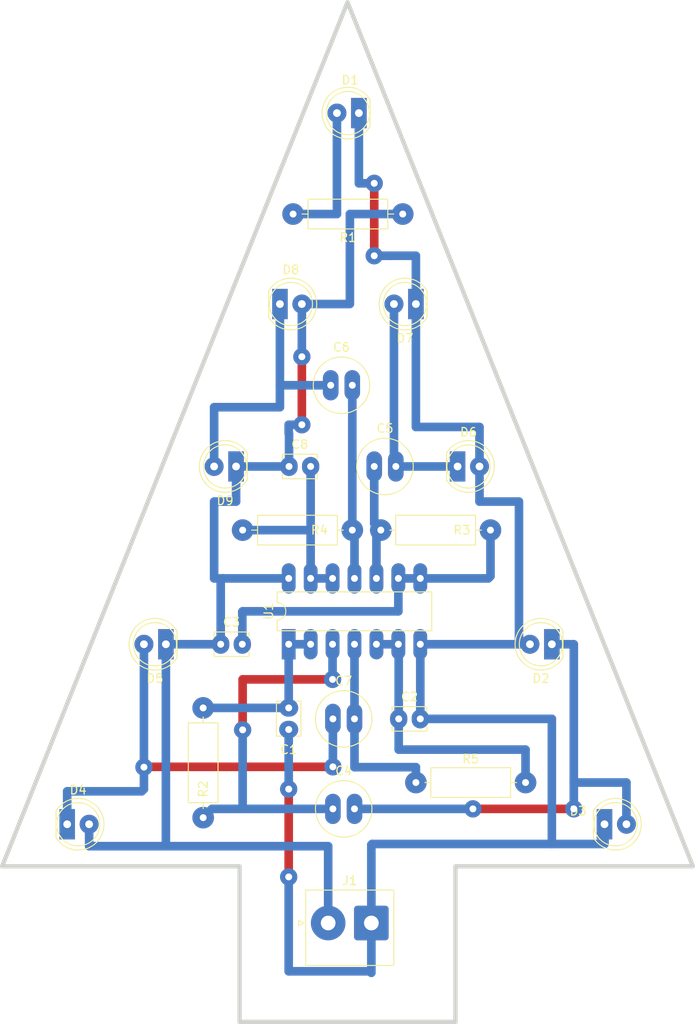
<source format=kicad_pcb>
(kicad_pcb (version 20171130) (host pcbnew "(5.1.9)-1")

  (general
    (thickness 1.6)
    (drawings 7)
    (tracks 139)
    (zones 0)
    (modules 24)
    (nets 16)
  )

  (page A4)
  (title_block
    (title "Luci Natale")
    (date 2021-10-17)
    (company "Lucas Prati 4^A EN")
  )

  (layers
    (0 F.Cu signal)
    (31 B.Cu signal)
    (32 B.Adhes user)
    (33 F.Adhes user)
    (34 B.Paste user)
    (35 F.Paste user)
    (36 B.SilkS user)
    (37 F.SilkS user)
    (38 B.Mask user)
    (39 F.Mask user)
    (40 Dwgs.User user)
    (41 Cmts.User user)
    (42 Eco1.User user)
    (43 Eco2.User user)
    (44 Edge.Cuts user)
    (45 Margin user)
    (46 B.CrtYd user)
    (47 F.CrtYd user)
    (48 B.Fab user)
    (49 F.Fab user)
  )

  (setup
    (last_trace_width 1)
    (trace_clearance 0.5)
    (zone_clearance 0.508)
    (zone_45_only no)
    (trace_min 0.2)
    (via_size 2)
    (via_drill 0.8)
    (via_min_size 0.4)
    (via_min_drill 0.3)
    (uvia_size 0.3)
    (uvia_drill 0.1)
    (uvias_allowed no)
    (uvia_min_size 0.2)
    (uvia_min_drill 0.1)
    (edge_width 0.05)
    (segment_width 0.2)
    (pcb_text_width 0.3)
    (pcb_text_size 1.5 1.5)
    (mod_edge_width 0.12)
    (mod_text_size 1 1)
    (mod_text_width 0.15)
    (pad_size 3.5 1.6)
    (pad_drill 0.8)
    (pad_to_mask_clearance 0)
    (aux_axis_origin 0 0)
    (visible_elements 7FFFFFFF)
    (pcbplotparams
      (layerselection 0x010fc_ffffffff)
      (usegerberextensions false)
      (usegerberattributes true)
      (usegerberadvancedattributes true)
      (creategerberjobfile true)
      (excludeedgelayer true)
      (linewidth 0.100000)
      (plotframeref false)
      (viasonmask false)
      (mode 1)
      (useauxorigin false)
      (hpglpennumber 1)
      (hpglpenspeed 20)
      (hpglpendiameter 15.000000)
      (psnegative false)
      (psa4output false)
      (plotreference true)
      (plotvalue true)
      (plotinvisibletext false)
      (padsonsilk false)
      (subtractmaskfromsilk false)
      (outputformat 1)
      (mirror false)
      (drillshape 1)
      (scaleselection 1)
      (outputdirectory ""))
  )

  (net 0 "")
  (net 1 GND)
  (net 2 "Net-(C1-Pad1)")
  (net 3 "Net-(C2-Pad1)")
  (net 4 "Net-(C3-Pad2)")
  (net 5 VCC)
  (net 6 "Net-(C4-Pad2)")
  (net 7 "Net-(C4-Pad1)")
  (net 8 "Net-(C5-Pad1)")
  (net 9 "Net-(C5-Pad2)")
  (net 10 "Net-(C6-Pad1)")
  (net 11 "Net-(C6-Pad2)")
  (net 12 "Net-(C7-Pad2)")
  (net 13 "Net-(C7-Pad1)")
  (net 14 "Net-(C8-Pad2)")
  (net 15 "Net-(D1-Pad2)")

  (net_class Default "This is the default net class."
    (clearance 0.5)
    (trace_width 1)
    (via_dia 2)
    (via_drill 0.8)
    (uvia_dia 0.3)
    (uvia_drill 0.1)
    (add_net GND)
    (add_net "Net-(C1-Pad1)")
    (add_net "Net-(C2-Pad1)")
    (add_net "Net-(C3-Pad2)")
    (add_net "Net-(C4-Pad1)")
    (add_net "Net-(C4-Pad2)")
    (add_net "Net-(C5-Pad1)")
    (add_net "Net-(C5-Pad2)")
    (add_net "Net-(C6-Pad1)")
    (add_net "Net-(C6-Pad2)")
    (add_net "Net-(C7-Pad1)")
    (add_net "Net-(C7-Pad2)")
    (add_net "Net-(C8-Pad2)")
    (add_net "Net-(D1-Pad2)")
    (add_net VCC)
  )

  (module Connector_JST:JST_NV_B02P-NV_1x02_P5.00mm_Vertical (layer F.Cu) (tedit 615BF412) (tstamp 615C5D27)
    (at 127.508 140.462)
    (descr "JST NV series connector, B02P-NV (http://www.jst-mfg.com/product/pdf/eng/eNV.pdf), generated with kicad-footprint-generator")
    (tags "connector JST NV side entry")
    (path /615D50C7)
    (fp_text reference J1 (at 2.5 -4.9) (layer F.SilkS)
      (effects (font (size 1 1) (thickness 0.15)))
    )
    (fp_text value Conn_01x02 (at 2.5 6) (layer F.Fab)
      (effects (font (size 1 1) (thickness 0.15)))
    )
    (fp_line (start -2.5 -3.7) (end -2.5 4.8) (layer F.Fab) (width 0.1))
    (fp_line (start -2.5 4.8) (end 7.5 4.8) (layer F.Fab) (width 0.1))
    (fp_line (start 7.5 4.8) (end 7.5 -3.7) (layer F.Fab) (width 0.1))
    (fp_line (start 7.5 -3.7) (end -2.5 -3.7) (layer F.Fab) (width 0.1))
    (fp_line (start -2.5 -2) (end 7.5 -2) (layer F.Fab) (width 0.1))
    (fp_line (start -2.5 -1) (end -1.5 0) (layer F.Fab) (width 0.1))
    (fp_line (start -2.5 1) (end -1.5 0) (layer F.Fab) (width 0.1))
    (fp_line (start -3 -4.2) (end -3 5.3) (layer F.CrtYd) (width 0.05))
    (fp_line (start -3 5.3) (end 8 5.3) (layer F.CrtYd) (width 0.05))
    (fp_line (start 8 5.3) (end 8 -4.2) (layer F.CrtYd) (width 0.05))
    (fp_line (start 8 -4.2) (end -3 -4.2) (layer F.CrtYd) (width 0.05))
    (fp_line (start -2.61 -3.81) (end -2.61 4.91) (layer F.SilkS) (width 0.12))
    (fp_line (start -2.61 4.91) (end 7.61 4.91) (layer F.SilkS) (width 0.12))
    (fp_line (start 7.61 4.91) (end 7.61 -3.81) (layer F.SilkS) (width 0.12))
    (fp_line (start 7.61 -3.81) (end -2.61 -3.81) (layer F.SilkS) (width 0.12))
    (fp_line (start -2.81 0) (end -3.41 0.3) (layer F.SilkS) (width 0.12))
    (fp_line (start -3.41 0.3) (end -3.41 -0.3) (layer F.SilkS) (width 0.12))
    (fp_line (start -3.41 -0.3) (end -2.81 0) (layer F.SilkS) (width 0.12))
    (fp_text user %R (at 2.5 4.1) (layer F.Fab)
      (effects (font (size 1 1) (thickness 0.15)))
    )
    (pad 2 thru_hole roundrect (at 5 0) (size 4 4) (drill 1.7) (layers *.Cu *.Mask) (roundrect_rratio 0.09300000000000001)
      (net 1 GND))
    (pad 1 thru_hole circle (at 0 0) (size 4 4) (drill 1.7) (layers *.Cu *.Mask)
      (net 5 VCC))
    (model ${KISYS3DMOD}/Connector_JST.3dshapes/JST_NV_B02P-NV_1x02_P5.00mm_Vertical.wrl
      (at (xyz 0 0 0))
      (scale (xyz 1 1 1))
      (rotate (xyz 0 0 0))
    )
  )

  (module Capacitor_THT:C_Disc_D3.8mm_W2.6mm_P2.50mm (layer F.Cu) (tedit 61574CAF) (tstamp 61570E4E)
    (at 122.936 115.57 270)
    (descr "C, Disc series, Radial, pin pitch=2.50mm, , diameter*width=3.8*2.6mm^2, Capacitor, http://www.vishay.com/docs/45233/krseries.pdf")
    (tags "C Disc series Radial pin pitch 2.50mm  diameter 3.8mm width 2.6mm Capacitor")
    (path /6152E903)
    (fp_text reference C1 (at 4.826 0 180) (layer F.SilkS)
      (effects (font (size 1 1) (thickness 0.15)))
    )
    (fp_text value 100nF (at 1.524 2.54 90) (layer F.Fab)
      (effects (font (size 1 1) (thickness 0.15)))
    )
    (fp_line (start -0.65 -1.3) (end -0.65 1.3) (layer F.Fab) (width 0.1))
    (fp_line (start -0.65 1.3) (end 3.15 1.3) (layer F.Fab) (width 0.1))
    (fp_line (start 3.15 1.3) (end 3.15 -1.3) (layer F.Fab) (width 0.1))
    (fp_line (start 3.15 -1.3) (end -0.65 -1.3) (layer F.Fab) (width 0.1))
    (fp_line (start -0.77 -1.42) (end 3.27 -1.42) (layer F.SilkS) (width 0.12))
    (fp_line (start -0.77 1.42) (end 3.27 1.42) (layer F.SilkS) (width 0.12))
    (fp_line (start -0.77 -1.42) (end -0.77 -0.795) (layer F.SilkS) (width 0.12))
    (fp_line (start -0.77 0.795) (end -0.77 1.42) (layer F.SilkS) (width 0.12))
    (fp_line (start 3.27 -1.42) (end 3.27 -0.795) (layer F.SilkS) (width 0.12))
    (fp_line (start 3.27 0.795) (end 3.27 1.42) (layer F.SilkS) (width 0.12))
    (fp_line (start -1.05 -1.55) (end -1.05 1.55) (layer F.CrtYd) (width 0.05))
    (fp_line (start -1.05 1.55) (end 3.55 1.55) (layer F.CrtYd) (width 0.05))
    (fp_line (start 3.55 1.55) (end 3.55 -1.55) (layer F.CrtYd) (width 0.05))
    (fp_line (start 3.55 -1.55) (end -1.05 -1.55) (layer F.CrtYd) (width 0.05))
    (fp_text user %R (at 1.25 0 90) (layer F.Fab)
      (effects (font (size 0.76 0.76) (thickness 0.114)))
    )
    (pad 2 thru_hole oval (at 2.5 0 270) (size 2 2.2) (drill 0.8) (layers *.Cu *.Mask)
      (net 1 GND))
    (pad 1 thru_hole oval (at 0 0 270) (size 2 2.2) (drill 0.8) (layers *.Cu *.Mask)
      (net 2 "Net-(C1-Pad1)"))
    (model ${KISYS3DMOD}/Capacitor_THT.3dshapes/C_Disc_D3.8mm_W2.6mm_P2.50mm.wrl
      (at (xyz 0 0 0))
      (scale (xyz 1 1 1))
      (rotate (xyz 0 0 0))
    )
  )

  (module Capacitor_THT:C_Disc_D3.8mm_W2.6mm_P2.50mm (layer F.Cu) (tedit 61574BB9) (tstamp 61570E63)
    (at 135.676 116.84)
    (descr "C, Disc series, Radial, pin pitch=2.50mm, , diameter*width=3.8*2.6mm^2, Capacitor, http://www.vishay.com/docs/45233/krseries.pdf")
    (tags "C Disc series Radial pin pitch 2.50mm  diameter 3.8mm width 2.6mm Capacitor")
    (path /6153D596)
    (fp_text reference C2 (at 1.25 -2.55) (layer F.SilkS)
      (effects (font (size 1 1) (thickness 0.15)))
    )
    (fp_text value 100nF (at 1.25 2.55) (layer F.Fab)
      (effects (font (size 1 1) (thickness 0.15)))
    )
    (fp_line (start 3.55 -1.55) (end -1.05 -1.55) (layer F.CrtYd) (width 0.05))
    (fp_line (start 3.55 1.55) (end 3.55 -1.55) (layer F.CrtYd) (width 0.05))
    (fp_line (start -1.05 1.55) (end 3.55 1.55) (layer F.CrtYd) (width 0.05))
    (fp_line (start -1.05 -1.55) (end -1.05 1.55) (layer F.CrtYd) (width 0.05))
    (fp_line (start 3.27 0.795) (end 3.27 1.42) (layer F.SilkS) (width 0.12))
    (fp_line (start 3.27 -1.42) (end 3.27 -0.795) (layer F.SilkS) (width 0.12))
    (fp_line (start -0.77 0.795) (end -0.77 1.42) (layer F.SilkS) (width 0.12))
    (fp_line (start -0.77 -1.42) (end -0.77 -0.795) (layer F.SilkS) (width 0.12))
    (fp_line (start -0.77 1.42) (end 3.27 1.42) (layer F.SilkS) (width 0.12))
    (fp_line (start -0.77 -1.42) (end 3.27 -1.42) (layer F.SilkS) (width 0.12))
    (fp_line (start 3.15 -1.3) (end -0.65 -1.3) (layer F.Fab) (width 0.1))
    (fp_line (start 3.15 1.3) (end 3.15 -1.3) (layer F.Fab) (width 0.1))
    (fp_line (start -0.65 1.3) (end 3.15 1.3) (layer F.Fab) (width 0.1))
    (fp_line (start -0.65 -1.3) (end -0.65 1.3) (layer F.Fab) (width 0.1))
    (fp_text user %R (at 1.25 0) (layer F.Fab)
      (effects (font (size 0.76 0.76) (thickness 0.114)))
    )
    (pad 1 thru_hole oval (at 0 0) (size 2 2.2) (drill 0.8) (layers *.Cu *.Mask)
      (net 3 "Net-(C2-Pad1)"))
    (pad 2 thru_hole oval (at 2.5 0) (size 2 2.2) (drill 0.8) (layers *.Cu *.Mask)
      (net 1 GND))
    (model ${KISYS3DMOD}/Capacitor_THT.3dshapes/C_Disc_D3.8mm_W2.6mm_P2.50mm.wrl
      (at (xyz 0 0 0))
      (scale (xyz 1 1 1))
      (rotate (xyz 0 0 0))
    )
  )

  (module Capacitor_THT:C_Disc_D3.8mm_W2.6mm_P2.50mm (layer F.Cu) (tedit 61574B97) (tstamp 61570E78)
    (at 115.062 108.204)
    (descr "C, Disc series, Radial, pin pitch=2.50mm, , diameter*width=3.8*2.6mm^2, Capacitor, http://www.vishay.com/docs/45233/krseries.pdf")
    (tags "C Disc series Radial pin pitch 2.50mm  diameter 3.8mm width 2.6mm Capacitor")
    (path /6155862D)
    (fp_text reference C3 (at 1.25 -2.55) (layer F.SilkS)
      (effects (font (size 1 1) (thickness 0.15)))
    )
    (fp_text value 100nF (at 1.25 2.55) (layer F.Fab)
      (effects (font (size 1 1) (thickness 0.15)))
    )
    (fp_line (start -0.65 -1.3) (end -0.65 1.3) (layer F.Fab) (width 0.1))
    (fp_line (start -0.65 1.3) (end 3.15 1.3) (layer F.Fab) (width 0.1))
    (fp_line (start 3.15 1.3) (end 3.15 -1.3) (layer F.Fab) (width 0.1))
    (fp_line (start 3.15 -1.3) (end -0.65 -1.3) (layer F.Fab) (width 0.1))
    (fp_line (start -0.77 -1.42) (end 3.27 -1.42) (layer F.SilkS) (width 0.12))
    (fp_line (start -0.77 1.42) (end 3.27 1.42) (layer F.SilkS) (width 0.12))
    (fp_line (start -0.77 -1.42) (end -0.77 -0.795) (layer F.SilkS) (width 0.12))
    (fp_line (start -0.77 0.795) (end -0.77 1.42) (layer F.SilkS) (width 0.12))
    (fp_line (start 3.27 -1.42) (end 3.27 -0.795) (layer F.SilkS) (width 0.12))
    (fp_line (start 3.27 0.795) (end 3.27 1.42) (layer F.SilkS) (width 0.12))
    (fp_line (start -1.05 -1.55) (end -1.05 1.55) (layer F.CrtYd) (width 0.05))
    (fp_line (start -1.05 1.55) (end 3.55 1.55) (layer F.CrtYd) (width 0.05))
    (fp_line (start 3.55 1.55) (end 3.55 -1.55) (layer F.CrtYd) (width 0.05))
    (fp_line (start 3.55 -1.55) (end -1.05 -1.55) (layer F.CrtYd) (width 0.05))
    (fp_text user %R (at 1.25 0) (layer F.Fab)
      (effects (font (size 0.76 0.76) (thickness 0.114)))
    )
    (pad 2 thru_hole oval (at 2.5 0) (size 2 2.2) (drill 0.8) (layers *.Cu *.Mask)
      (net 4 "Net-(C3-Pad2)"))
    (pad 1 thru_hole oval (at 0 0) (size 2 2.2) (drill 0.8) (layers *.Cu *.Mask)
      (net 5 VCC))
    (model ${KISYS3DMOD}/Capacitor_THT.3dshapes/C_Disc_D3.8mm_W2.6mm_P2.50mm.wrl
      (at (xyz 0 0 0))
      (scale (xyz 1 1 1))
      (rotate (xyz 0 0 0))
    )
  )

  (module Capacitor_THT:C_Radial_D6.3mm_H5.0mm_P2.50mm (layer F.Cu) (tedit 616C541A) (tstamp 61570E82)
    (at 128.056 127.254)
    (descr "C, Radial series, Radial, pin pitch=2.50mm, diameter=6.3mm, height=5mm, Non-Polar Electrolytic Capacitor")
    (tags "C Radial series Radial pin pitch 2.50mm diameter 6.3mm height 5mm Non-Polar Electrolytic Capacitor")
    (path /61532F2D)
    (fp_text reference C4 (at 1.25 -4.4) (layer F.SilkS)
      (effects (font (size 1 1) (thickness 0.15)))
    )
    (fp_text value 22uF (at 1.25 4.4) (layer F.Fab)
      (effects (font (size 1 1) (thickness 0.15)))
    )
    (fp_circle (center 1.25 0) (end 4.4 0) (layer F.Fab) (width 0.1))
    (fp_circle (center 1.25 0) (end 4.52 0) (layer F.SilkS) (width 0.12))
    (fp_circle (center 1.25 0) (end 4.65 0) (layer F.CrtYd) (width 0.05))
    (fp_text user %R (at 1.25 0) (layer F.Fab)
      (effects (font (size 1 1) (thickness 0.15)))
    )
    (pad 2 thru_hole oval (at 2.5 0) (size 1.8 3.5) (drill 0.8) (layers *.Cu *.Mask)
      (net 6 "Net-(C4-Pad2)"))
    (pad 1 thru_hole oval (at 0 0) (size 1.8 3.5) (drill 0.8) (layers *.Cu *.Mask)
      (net 7 "Net-(C4-Pad1)"))
    (model ${KISYS3DMOD}/Capacitor_THT.3dshapes/C_Radial_D6.3mm_H5.0mm_P2.50mm.wrl
      (at (xyz 0 0 0))
      (scale (xyz 1 1 1))
      (rotate (xyz 0 0 0))
    )
  )

  (module Capacitor_THT:C_Radial_D6.3mm_H5.0mm_P2.50mm (layer F.Cu) (tedit 616C53C9) (tstamp 615C649B)
    (at 132.842 87.63)
    (descr "C, Radial series, Radial, pin pitch=2.50mm, diameter=6.3mm, height=5mm, Non-Polar Electrolytic Capacitor")
    (tags "C Radial series Radial pin pitch 2.50mm diameter 6.3mm height 5mm Non-Polar Electrolytic Capacitor")
    (path /61558646)
    (fp_text reference C5 (at 1.25 -4.4) (layer F.SilkS)
      (effects (font (size 1 1) (thickness 0.15)))
    )
    (fp_text value 22uF (at 1.25 4.4) (layer F.Fab)
      (effects (font (size 1 1) (thickness 0.15)))
    )
    (fp_circle (center 1.25 0) (end 4.65 0) (layer F.CrtYd) (width 0.05))
    (fp_circle (center 1.25 0) (end 4.52 0) (layer F.SilkS) (width 0.12))
    (fp_circle (center 1.25 0) (end 4.4 0) (layer F.Fab) (width 0.1))
    (fp_text user %R (at 1.25 0) (layer F.Fab)
      (effects (font (size 1 1) (thickness 0.15)))
    )
    (pad 1 thru_hole oval (at 0 0) (size 1.8 3.5) (drill 0.8) (layers *.Cu *.Mask)
      (net 8 "Net-(C5-Pad1)"))
    (pad 2 thru_hole oval (at 2.5 0) (size 1.8 3.5) (drill 0.8) (layers *.Cu *.Mask)
      (net 9 "Net-(C5-Pad2)"))
    (model ${KISYS3DMOD}/Capacitor_THT.3dshapes/C_Radial_D6.3mm_H5.0mm_P2.50mm.wrl
      (at (xyz 0 0 0))
      (scale (xyz 1 1 1))
      (rotate (xyz 0 0 0))
    )
  )

  (module Capacitor_THT:C_Radial_D6.3mm_H5.0mm_P2.50mm (layer F.Cu) (tedit 616C53B9) (tstamp 61570E96)
    (at 127.802 78.232)
    (descr "C, Radial series, Radial, pin pitch=2.50mm, diameter=6.3mm, height=5mm, Non-Polar Electrolytic Capacitor")
    (tags "C Radial series Radial pin pitch 2.50mm diameter 6.3mm height 5mm Non-Polar Electrolytic Capacitor")
    (path /6158DFC7)
    (fp_text reference C6 (at 1.25 -4.4) (layer F.SilkS)
      (effects (font (size 1 1) (thickness 0.15)))
    )
    (fp_text value 22uF (at 1.25 4.4) (layer F.Fab)
      (effects (font (size 1 1) (thickness 0.15)))
    )
    (fp_circle (center 1.25 0) (end 4.65 0) (layer F.CrtYd) (width 0.05))
    (fp_circle (center 1.25 0) (end 4.52 0) (layer F.SilkS) (width 0.12))
    (fp_circle (center 1.25 0) (end 4.4 0) (layer F.Fab) (width 0.1))
    (fp_text user %R (at 1.25 0) (layer F.Fab)
      (effects (font (size 1 1) (thickness 0.15)))
    )
    (pad 1 thru_hole oval (at 0 0) (size 1.8 3.5) (drill 0.8) (layers *.Cu *.Mask)
      (net 10 "Net-(C6-Pad1)"))
    (pad 2 thru_hole oval (at 2.5 0) (size 1.8 3.5) (drill 0.8) (layers *.Cu *.Mask)
      (net 11 "Net-(C6-Pad2)"))
    (model ${KISYS3DMOD}/Capacitor_THT.3dshapes/C_Radial_D6.3mm_H5.0mm_P2.50mm.wrl
      (at (xyz 0 0 0))
      (scale (xyz 1 1 1))
      (rotate (xyz 0 0 0))
    )
  )

  (module Capacitor_THT:C_Radial_D6.3mm_H5.0mm_P2.50mm (layer F.Cu) (tedit 616C5428) (tstamp 61570EA0)
    (at 128.056 116.84)
    (descr "C, Radial series, Radial, pin pitch=2.50mm, diameter=6.3mm, height=5mm, Non-Polar Electrolytic Capacitor")
    (tags "C Radial series Radial pin pitch 2.50mm diameter 6.3mm height 5mm Non-Polar Electrolytic Capacitor")
    (path /6153D5AF)
    (fp_text reference C7 (at 1.25 -4.4) (layer F.SilkS)
      (effects (font (size 1 1) (thickness 0.15)))
    )
    (fp_text value 22uF (at 1.25 4.4) (layer F.Fab)
      (effects (font (size 1 1) (thickness 0.15)))
    )
    (fp_circle (center 1.25 0) (end 4.65 0) (layer F.CrtYd) (width 0.05))
    (fp_circle (center 1.25 0) (end 4.52 0) (layer F.SilkS) (width 0.12))
    (fp_circle (center 1.25 0) (end 4.4 0) (layer F.Fab) (width 0.1))
    (fp_text user %R (at 1.25 0) (layer F.Fab)
      (effects (font (size 1 1) (thickness 0.15)))
    )
    (pad 1 thru_hole oval (at 0 0) (size 1.8 3.5) (drill 0.8) (layers *.Cu *.Mask)
      (net 13 "Net-(C7-Pad1)"))
    (pad 2 thru_hole oval (at 2.5 0) (size 1.8 3.5) (drill 0.8) (layers *.Cu *.Mask)
      (net 12 "Net-(C7-Pad2)"))
    (model ${KISYS3DMOD}/Capacitor_THT.3dshapes/C_Radial_D6.3mm_H5.0mm_P2.50mm.wrl
      (at (xyz 0 0 0))
      (scale (xyz 1 1 1))
      (rotate (xyz 0 0 0))
    )
  )

  (module Capacitor_THT:C_Disc_D3.8mm_W2.6mm_P2.50mm (layer F.Cu) (tedit 61574BD8) (tstamp 61570EB5)
    (at 122.976 87.63)
    (descr "C, Disc series, Radial, pin pitch=2.50mm, , diameter*width=3.8*2.6mm^2, Capacitor, http://www.vishay.com/docs/45233/krseries.pdf")
    (tags "C Disc series Radial pin pitch 2.50mm  diameter 3.8mm width 2.6mm Capacitor")
    (path /6158DFAE)
    (fp_text reference C8 (at 1.25 -2.55) (layer F.SilkS)
      (effects (font (size 1 1) (thickness 0.15)))
    )
    (fp_text value 100nF (at 1.25 2.55) (layer F.Fab)
      (effects (font (size 1 1) (thickness 0.15)))
    )
    (fp_line (start 3.55 -1.55) (end -1.05 -1.55) (layer F.CrtYd) (width 0.05))
    (fp_line (start 3.55 1.55) (end 3.55 -1.55) (layer F.CrtYd) (width 0.05))
    (fp_line (start -1.05 1.55) (end 3.55 1.55) (layer F.CrtYd) (width 0.05))
    (fp_line (start -1.05 -1.55) (end -1.05 1.55) (layer F.CrtYd) (width 0.05))
    (fp_line (start 3.27 0.795) (end 3.27 1.42) (layer F.SilkS) (width 0.12))
    (fp_line (start 3.27 -1.42) (end 3.27 -0.795) (layer F.SilkS) (width 0.12))
    (fp_line (start -0.77 0.795) (end -0.77 1.42) (layer F.SilkS) (width 0.12))
    (fp_line (start -0.77 -1.42) (end -0.77 -0.795) (layer F.SilkS) (width 0.12))
    (fp_line (start -0.77 1.42) (end 3.27 1.42) (layer F.SilkS) (width 0.12))
    (fp_line (start -0.77 -1.42) (end 3.27 -1.42) (layer F.SilkS) (width 0.12))
    (fp_line (start 3.15 -1.3) (end -0.65 -1.3) (layer F.Fab) (width 0.1))
    (fp_line (start 3.15 1.3) (end 3.15 -1.3) (layer F.Fab) (width 0.1))
    (fp_line (start -0.65 1.3) (end 3.15 1.3) (layer F.Fab) (width 0.1))
    (fp_line (start -0.65 -1.3) (end -0.65 1.3) (layer F.Fab) (width 0.1))
    (fp_text user %R (at 1.25 0) (layer F.Fab)
      (effects (font (size 0.76 0.76) (thickness 0.114)))
    )
    (pad 1 thru_hole oval (at 0 0) (size 2 2.2) (drill 0.8) (layers *.Cu *.Mask)
      (net 5 VCC))
    (pad 2 thru_hole oval (at 2.5 0) (size 2 2.2) (drill 0.8) (layers *.Cu *.Mask)
      (net 14 "Net-(C8-Pad2)"))
    (model ${KISYS3DMOD}/Capacitor_THT.3dshapes/C_Disc_D3.8mm_W2.6mm_P2.50mm.wrl
      (at (xyz 0 0 0))
      (scale (xyz 1 1 1))
      (rotate (xyz 0 0 0))
    )
  )

  (module Resistor_THT:R_Axial_DIN0309_L9.0mm_D3.2mm_P12.70mm_Horizontal (layer F.Cu) (tedit 616C53FD) (tstamp 61570F9B)
    (at 136.144 58.42 180)
    (descr "Resistor, Axial_DIN0309 series, Axial, Horizontal, pin pitch=12.7mm, 0.5W = 1/2W, length*diameter=9*3.2mm^2, http://cdn-reichelt.de/documents/datenblatt/B400/1_4W%23YAG.pdf")
    (tags "Resistor Axial_DIN0309 series Axial Horizontal pin pitch 12.7mm 0.5W = 1/2W length 9mm diameter 3.2mm")
    (path /6152DF58)
    (fp_text reference R1 (at 6.35 -2.72) (layer F.SilkS)
      (effects (font (size 1 1) (thickness 0.15)))
    )
    (fp_text value 1K (at 6.35 2.72) (layer F.Fab)
      (effects (font (size 1 1) (thickness 0.15)))
    )
    (fp_line (start 13.75 -1.85) (end -1.05 -1.85) (layer F.CrtYd) (width 0.05))
    (fp_line (start 13.75 1.85) (end 13.75 -1.85) (layer F.CrtYd) (width 0.05))
    (fp_line (start -1.05 1.85) (end 13.75 1.85) (layer F.CrtYd) (width 0.05))
    (fp_line (start -1.05 -1.85) (end -1.05 1.85) (layer F.CrtYd) (width 0.05))
    (fp_line (start 11.66 0) (end 10.97 0) (layer F.SilkS) (width 0.12))
    (fp_line (start 1.04 0) (end 1.73 0) (layer F.SilkS) (width 0.12))
    (fp_line (start 10.97 -1.72) (end 1.73 -1.72) (layer F.SilkS) (width 0.12))
    (fp_line (start 10.97 1.72) (end 10.97 -1.72) (layer F.SilkS) (width 0.12))
    (fp_line (start 1.73 1.72) (end 10.97 1.72) (layer F.SilkS) (width 0.12))
    (fp_line (start 1.73 -1.72) (end 1.73 1.72) (layer F.SilkS) (width 0.12))
    (fp_line (start 12.7 0) (end 10.85 0) (layer F.Fab) (width 0.1))
    (fp_line (start 0 0) (end 1.85 0) (layer F.Fab) (width 0.1))
    (fp_line (start 10.85 -1.6) (end 1.85 -1.6) (layer F.Fab) (width 0.1))
    (fp_line (start 10.85 1.6) (end 10.85 -1.6) (layer F.Fab) (width 0.1))
    (fp_line (start 1.85 1.6) (end 10.85 1.6) (layer F.Fab) (width 0.1))
    (fp_line (start 1.85 -1.6) (end 1.85 1.6) (layer F.Fab) (width 0.1))
    (fp_text user %R (at 6.35 0) (layer F.Fab)
      (effects (font (size 1 1) (thickness 0.15)))
    )
    (pad 1 thru_hole circle (at 0 0 180) (size 2.5 2.5) (drill 0.8) (layers *.Cu *.Mask)
      (net 5 VCC))
    (pad 2 thru_hole circle (at 12.7 0 180) (size 2.5 2.5) (drill 0.8) (layers *.Cu *.Mask)
      (net 15 "Net-(D1-Pad2)"))
    (model ${KISYS3DMOD}/Resistor_THT.3dshapes/R_Axial_DIN0309_L9.0mm_D3.2mm_P12.70mm_Horizontal.wrl
      (at (xyz 0 0 0))
      (scale (xyz 1 1 1))
      (rotate (xyz 0 0 0))
    )
  )

  (module Resistor_THT:R_Axial_DIN0309_L9.0mm_D3.2mm_P12.70mm_Horizontal (layer F.Cu) (tedit 616C5440) (tstamp 61570FB2)
    (at 113.03 128.27 90)
    (descr "Resistor, Axial_DIN0309 series, Axial, Horizontal, pin pitch=12.7mm, 0.5W = 1/2W, length*diameter=9*3.2mm^2, http://cdn-reichelt.de/documents/datenblatt/B400/1_4W%23YAG.pdf")
    (tags "Resistor Axial_DIN0309 series Axial Horizontal pin pitch 12.7mm 0.5W = 1/2W length 9mm diameter 3.2mm")
    (path /61531CA7)
    (fp_text reference R2 (at 3.302 0 90) (layer F.SilkS)
      (effects (font (size 1 1) (thickness 0.15)))
    )
    (fp_text value 5.6M (at 7.874 0.254 90) (layer F.Fab)
      (effects (font (size 1 1) (thickness 0.15)))
    )
    (fp_line (start 1.85 -1.6) (end 1.85 1.6) (layer F.Fab) (width 0.1))
    (fp_line (start 1.85 1.6) (end 10.85 1.6) (layer F.Fab) (width 0.1))
    (fp_line (start 10.85 1.6) (end 10.85 -1.6) (layer F.Fab) (width 0.1))
    (fp_line (start 10.85 -1.6) (end 1.85 -1.6) (layer F.Fab) (width 0.1))
    (fp_line (start 0 0) (end 1.85 0) (layer F.Fab) (width 0.1))
    (fp_line (start 12.7 0) (end 10.85 0) (layer F.Fab) (width 0.1))
    (fp_line (start 1.73 -1.72) (end 1.73 1.72) (layer F.SilkS) (width 0.12))
    (fp_line (start 1.73 1.72) (end 10.97 1.72) (layer F.SilkS) (width 0.12))
    (fp_line (start 10.97 1.72) (end 10.97 -1.72) (layer F.SilkS) (width 0.12))
    (fp_line (start 10.97 -1.72) (end 1.73 -1.72) (layer F.SilkS) (width 0.12))
    (fp_line (start 1.04 0) (end 1.73 0) (layer F.SilkS) (width 0.12))
    (fp_line (start 11.66 0) (end 10.97 0) (layer F.SilkS) (width 0.12))
    (fp_line (start -1.05 -1.85) (end -1.05 1.85) (layer F.CrtYd) (width 0.05))
    (fp_line (start -1.05 1.85) (end 13.75 1.85) (layer F.CrtYd) (width 0.05))
    (fp_line (start 13.75 1.85) (end 13.75 -1.85) (layer F.CrtYd) (width 0.05))
    (fp_line (start 13.75 -1.85) (end -1.05 -1.85) (layer F.CrtYd) (width 0.05))
    (fp_text user %R (at 3.302 0 90) (layer F.Fab)
      (effects (font (size 1 1) (thickness 0.15)))
    )
    (pad 2 thru_hole circle (at 12.7 0 90) (size 2.5 2.5) (drill 0.8) (layers *.Cu *.Mask)
      (net 2 "Net-(C1-Pad1)"))
    (pad 1 thru_hole circle (at 0 0 90) (size 2.5 2.5) (drill 0.8) (layers *.Cu *.Mask)
      (net 7 "Net-(C4-Pad1)"))
    (model ${KISYS3DMOD}/Resistor_THT.3dshapes/R_Axial_DIN0309_L9.0mm_D3.2mm_P12.70mm_Horizontal.wrl
      (at (xyz 0 0 0))
      (scale (xyz 1 1 1))
      (rotate (xyz 0 0 0))
    )
  )

  (module Resistor_THT:R_Axial_DIN0309_L9.0mm_D3.2mm_P12.70mm_Horizontal (layer F.Cu) (tedit 616C53EC) (tstamp 61570FC9)
    (at 133.604 94.996)
    (descr "Resistor, Axial_DIN0309 series, Axial, Horizontal, pin pitch=12.7mm, 0.5W = 1/2W, length*diameter=9*3.2mm^2, http://cdn-reichelt.de/documents/datenblatt/B400/1_4W%23YAG.pdf")
    (tags "Resistor Axial_DIN0309 series Axial Horizontal pin pitch 12.7mm 0.5W = 1/2W length 9mm diameter 3.2mm")
    (path /61558640)
    (fp_text reference R3 (at 9.398 0) (layer F.SilkS)
      (effects (font (size 1 1) (thickness 0.15)))
    )
    (fp_text value 5.6M (at 4.826 0) (layer F.Fab)
      (effects (font (size 1 1) (thickness 0.15)))
    )
    (fp_line (start 13.75 -1.85) (end -1.05 -1.85) (layer F.CrtYd) (width 0.05))
    (fp_line (start 13.75 1.85) (end 13.75 -1.85) (layer F.CrtYd) (width 0.05))
    (fp_line (start -1.05 1.85) (end 13.75 1.85) (layer F.CrtYd) (width 0.05))
    (fp_line (start -1.05 -1.85) (end -1.05 1.85) (layer F.CrtYd) (width 0.05))
    (fp_line (start 11.66 0) (end 10.97 0) (layer F.SilkS) (width 0.12))
    (fp_line (start 1.04 0) (end 1.73 0) (layer F.SilkS) (width 0.12))
    (fp_line (start 10.97 -1.72) (end 1.73 -1.72) (layer F.SilkS) (width 0.12))
    (fp_line (start 10.97 1.72) (end 10.97 -1.72) (layer F.SilkS) (width 0.12))
    (fp_line (start 1.73 1.72) (end 10.97 1.72) (layer F.SilkS) (width 0.12))
    (fp_line (start 1.73 -1.72) (end 1.73 1.72) (layer F.SilkS) (width 0.12))
    (fp_line (start 12.7 0) (end 10.85 0) (layer F.Fab) (width 0.1))
    (fp_line (start 0 0) (end 1.85 0) (layer F.Fab) (width 0.1))
    (fp_line (start 10.85 -1.6) (end 1.85 -1.6) (layer F.Fab) (width 0.1))
    (fp_line (start 10.85 1.6) (end 10.85 -1.6) (layer F.Fab) (width 0.1))
    (fp_line (start 1.85 1.6) (end 10.85 1.6) (layer F.Fab) (width 0.1))
    (fp_line (start 1.85 -1.6) (end 1.85 1.6) (layer F.Fab) (width 0.1))
    (fp_text user %R (at 9.398 0) (layer F.Fab)
      (effects (font (size 1 1) (thickness 0.15)))
    )
    (pad 1 thru_hole circle (at 0 0) (size 2.5 2.5) (drill 0.8) (layers *.Cu *.Mask)
      (net 8 "Net-(C5-Pad1)"))
    (pad 2 thru_hole circle (at 12.7 0) (size 2.5 2.5) (drill 0.8) (layers *.Cu *.Mask)
      (net 4 "Net-(C3-Pad2)"))
    (model ${KISYS3DMOD}/Resistor_THT.3dshapes/R_Axial_DIN0309_L9.0mm_D3.2mm_P12.70mm_Horizontal.wrl
      (at (xyz 0 0 0))
      (scale (xyz 1 1 1))
      (rotate (xyz 0 0 0))
    )
  )

  (module Resistor_THT:R_Axial_DIN0309_L9.0mm_D3.2mm_P12.70mm_Horizontal (layer F.Cu) (tedit 616C53E0) (tstamp 61570FE0)
    (at 130.302 94.996 180)
    (descr "Resistor, Axial_DIN0309 series, Axial, Horizontal, pin pitch=12.7mm, 0.5W = 1/2W, length*diameter=9*3.2mm^2, http://cdn-reichelt.de/documents/datenblatt/B400/1_4W%23YAG.pdf")
    (tags "Resistor Axial_DIN0309 series Axial Horizontal pin pitch 12.7mm 0.5W = 1/2W length 9mm diameter 3.2mm")
    (path /6158DFC1)
    (fp_text reference R4 (at 3.81 0) (layer F.SilkS)
      (effects (font (size 1 1) (thickness 0.15)))
    )
    (fp_text value 5.6M (at 7.874 0) (layer F.Fab)
      (effects (font (size 1 1) (thickness 0.15)))
    )
    (fp_line (start 13.75 -1.85) (end -1.05 -1.85) (layer F.CrtYd) (width 0.05))
    (fp_line (start 13.75 1.85) (end 13.75 -1.85) (layer F.CrtYd) (width 0.05))
    (fp_line (start -1.05 1.85) (end 13.75 1.85) (layer F.CrtYd) (width 0.05))
    (fp_line (start -1.05 -1.85) (end -1.05 1.85) (layer F.CrtYd) (width 0.05))
    (fp_line (start 11.66 0) (end 10.97 0) (layer F.SilkS) (width 0.12))
    (fp_line (start 1.04 0) (end 1.73 0) (layer F.SilkS) (width 0.12))
    (fp_line (start 10.97 -1.72) (end 1.73 -1.72) (layer F.SilkS) (width 0.12))
    (fp_line (start 10.97 1.72) (end 10.97 -1.72) (layer F.SilkS) (width 0.12))
    (fp_line (start 1.73 1.72) (end 10.97 1.72) (layer F.SilkS) (width 0.12))
    (fp_line (start 1.73 -1.72) (end 1.73 1.72) (layer F.SilkS) (width 0.12))
    (fp_line (start 12.7 0) (end 10.85 0) (layer F.Fab) (width 0.1))
    (fp_line (start 0 0) (end 1.85 0) (layer F.Fab) (width 0.1))
    (fp_line (start 10.85 -1.6) (end 1.85 -1.6) (layer F.Fab) (width 0.1))
    (fp_line (start 10.85 1.6) (end 10.85 -1.6) (layer F.Fab) (width 0.1))
    (fp_line (start 1.85 1.6) (end 10.85 1.6) (layer F.Fab) (width 0.1))
    (fp_line (start 1.85 -1.6) (end 1.85 1.6) (layer F.Fab) (width 0.1))
    (fp_text user %R (at 3.81 0) (layer F.Fab)
      (effects (font (size 1 1) (thickness 0.15)))
    )
    (pad 1 thru_hole circle (at 0 0 180) (size 2.5 2.5) (drill 0.8) (layers *.Cu *.Mask)
      (net 11 "Net-(C6-Pad2)"))
    (pad 2 thru_hole circle (at 12.7 0 180) (size 2.5 2.5) (drill 0.8) (layers *.Cu *.Mask)
      (net 14 "Net-(C8-Pad2)"))
    (model ${KISYS3DMOD}/Resistor_THT.3dshapes/R_Axial_DIN0309_L9.0mm_D3.2mm_P12.70mm_Horizontal.wrl
      (at (xyz 0 0 0))
      (scale (xyz 1 1 1))
      (rotate (xyz 0 0 0))
    )
  )

  (module Resistor_THT:R_Axial_DIN0309_L9.0mm_D3.2mm_P12.70mm_Horizontal (layer F.Cu) (tedit 616C540B) (tstamp 61570FF7)
    (at 137.668 124.206)
    (descr "Resistor, Axial_DIN0309 series, Axial, Horizontal, pin pitch=12.7mm, 0.5W = 1/2W, length*diameter=9*3.2mm^2, http://cdn-reichelt.de/documents/datenblatt/B400/1_4W%23YAG.pdf")
    (tags "Resistor Axial_DIN0309 series Axial Horizontal pin pitch 12.7mm 0.5W = 1/2W length 9mm diameter 3.2mm")
    (path /6153D5A9)
    (fp_text reference R5 (at 6.35 -2.72) (layer F.SilkS)
      (effects (font (size 1 1) (thickness 0.15)))
    )
    (fp_text value 5.6M (at 6.35 2.72) (layer F.Fab)
      (effects (font (size 1 1) (thickness 0.15)))
    )
    (fp_line (start 13.75 -1.85) (end -1.05 -1.85) (layer F.CrtYd) (width 0.05))
    (fp_line (start 13.75 1.85) (end 13.75 -1.85) (layer F.CrtYd) (width 0.05))
    (fp_line (start -1.05 1.85) (end 13.75 1.85) (layer F.CrtYd) (width 0.05))
    (fp_line (start -1.05 -1.85) (end -1.05 1.85) (layer F.CrtYd) (width 0.05))
    (fp_line (start 11.66 0) (end 10.97 0) (layer F.SilkS) (width 0.12))
    (fp_line (start 1.04 0) (end 1.73 0) (layer F.SilkS) (width 0.12))
    (fp_line (start 10.97 -1.72) (end 1.73 -1.72) (layer F.SilkS) (width 0.12))
    (fp_line (start 10.97 1.72) (end 10.97 -1.72) (layer F.SilkS) (width 0.12))
    (fp_line (start 1.73 1.72) (end 10.97 1.72) (layer F.SilkS) (width 0.12))
    (fp_line (start 1.73 -1.72) (end 1.73 1.72) (layer F.SilkS) (width 0.12))
    (fp_line (start 12.7 0) (end 10.85 0) (layer F.Fab) (width 0.1))
    (fp_line (start 0 0) (end 1.85 0) (layer F.Fab) (width 0.1))
    (fp_line (start 10.85 -1.6) (end 1.85 -1.6) (layer F.Fab) (width 0.1))
    (fp_line (start 10.85 1.6) (end 10.85 -1.6) (layer F.Fab) (width 0.1))
    (fp_line (start 1.85 1.6) (end 10.85 1.6) (layer F.Fab) (width 0.1))
    (fp_line (start 1.85 -1.6) (end 1.85 1.6) (layer F.Fab) (width 0.1))
    (fp_text user %R (at 6.35 0) (layer F.Fab)
      (effects (font (size 1 1) (thickness 0.15)))
    )
    (pad 1 thru_hole circle (at 0 0) (size 2.5 2.5) (drill 0.8) (layers *.Cu *.Mask)
      (net 12 "Net-(C7-Pad2)"))
    (pad 2 thru_hole circle (at 12.7 0) (size 2.5 2.5) (drill 0.8) (layers *.Cu *.Mask)
      (net 3 "Net-(C2-Pad1)"))
    (model ${KISYS3DMOD}/Resistor_THT.3dshapes/R_Axial_DIN0309_L9.0mm_D3.2mm_P12.70mm_Horizontal.wrl
      (at (xyz 0 0 0))
      (scale (xyz 1 1 1))
      (rotate (xyz 0 0 0))
    )
  )

  (module Package_DIP:DIP-14_W7.62mm_LongPads (layer F.Cu) (tedit 616C59A5) (tstamp 61571019)
    (at 122.936 108.204 90)
    (descr "14-lead though-hole mounted DIP package, row spacing 7.62 mm (300 mils), LongPads")
    (tags "THT DIP DIL PDIP 2.54mm 7.62mm 300mil LongPads")
    (path /61590778)
    (fp_text reference U1 (at 3.81 -2.33 90) (layer F.SilkS)
      (effects (font (size 1 1) (thickness 0.15)))
    )
    (fp_text value HEF4093B (at 3.81 17.57 90) (layer F.Fab)
      (effects (font (size 1 1) (thickness 0.15)))
    )
    (fp_line (start 9.1 -1.55) (end -1.45 -1.55) (layer F.CrtYd) (width 0.05))
    (fp_line (start 9.1 16.8) (end 9.1 -1.55) (layer F.CrtYd) (width 0.05))
    (fp_line (start -1.45 16.8) (end 9.1 16.8) (layer F.CrtYd) (width 0.05))
    (fp_line (start -1.45 -1.55) (end -1.45 16.8) (layer F.CrtYd) (width 0.05))
    (fp_line (start 6.06 -1.33) (end 4.81 -1.33) (layer F.SilkS) (width 0.12))
    (fp_line (start 6.06 16.57) (end 6.06 -1.33) (layer F.SilkS) (width 0.12))
    (fp_line (start 1.56 16.57) (end 6.06 16.57) (layer F.SilkS) (width 0.12))
    (fp_line (start 1.56 -1.33) (end 1.56 16.57) (layer F.SilkS) (width 0.12))
    (fp_line (start 2.81 -1.33) (end 1.56 -1.33) (layer F.SilkS) (width 0.12))
    (fp_line (start 0.635 -0.27) (end 1.635 -1.27) (layer F.Fab) (width 0.1))
    (fp_line (start 0.635 16.51) (end 0.635 -0.27) (layer F.Fab) (width 0.1))
    (fp_line (start 6.985 16.51) (end 0.635 16.51) (layer F.Fab) (width 0.1))
    (fp_line (start 6.985 -1.27) (end 6.985 16.51) (layer F.Fab) (width 0.1))
    (fp_line (start 1.635 -1.27) (end 6.985 -1.27) (layer F.Fab) (width 0.1))
    (fp_arc (start 3.81 -1.33) (end 2.81 -1.33) (angle -180) (layer F.SilkS) (width 0.12))
    (fp_text user %R (at 3.81 7.62 90) (layer F.Fab)
      (effects (font (size 1 1) (thickness 0.15)))
    )
    (pad 1 thru_hole rect (at 0 0 90) (size 3.5 1.6) (drill 0.8) (layers *.Cu *.Mask)
      (net 2 "Net-(C1-Pad1)"))
    (pad 8 thru_hole oval (at 7.62 15.24 90) (size 3.5 1.6) (drill 0.8) (layers *.Cu *.Mask)
      (net 4 "Net-(C3-Pad2)"))
    (pad 2 thru_hole oval (at 0 2.54 90) (size 3.5 1.6) (drill 0.8) (layers *.Cu *.Mask)
      (net 2 "Net-(C1-Pad1)"))
    (pad 9 thru_hole oval (at 7.62 12.7 90) (size 3.5 1.6) (drill 0.8) (layers *.Cu *.Mask)
      (net 4 "Net-(C3-Pad2)"))
    (pad 3 thru_hole oval (at 0 5.08 90) (size 3.5 1.6) (drill 0.8) (layers *.Cu *.Mask)
      (net 7 "Net-(C4-Pad1)"))
    (pad 10 thru_hole oval (at 7.62 10.16 90) (size 3.5 1.6) (drill 0.8) (layers *.Cu *.Mask)
      (net 8 "Net-(C5-Pad1)"))
    (pad 4 thru_hole oval (at 0 7.62 90) (size 3.5 1.6) (drill 0.8) (layers *.Cu *.Mask)
      (net 12 "Net-(C7-Pad2)"))
    (pad 11 thru_hole oval (at 7.62 7.62 90) (size 3.5 1.6) (drill 0.8) (layers *.Cu *.Mask)
      (net 11 "Net-(C6-Pad2)"))
    (pad 5 thru_hole oval (at 0 10.16 90) (size 3.5 1.6) (drill 0.8) (layers *.Cu *.Mask)
      (net 3 "Net-(C2-Pad1)"))
    (pad 12 thru_hole oval (at 7.62 5.08 90) (size 3.5 1.6) (drill 0.8) (layers *.Cu *.Mask)
      (net 14 "Net-(C8-Pad2)"))
    (pad 6 thru_hole oval (at 0 12.7 90) (size 3.5 1.6) (drill 0.8) (layers *.Cu *.Mask)
      (net 3 "Net-(C2-Pad1)"))
    (pad 13 thru_hole oval (at 7.62 2.54 90) (size 3.5 1.6) (drill 0.8) (layers *.Cu *.Mask)
      (net 14 "Net-(C8-Pad2)"))
    (pad 7 thru_hole oval (at 0 15.24 90) (size 3.5 1.6) (drill 0.8) (layers *.Cu *.Mask)
      (net 1 GND))
    (pad 14 thru_hole oval (at 7.62 0 90) (size 3.5 1.6) (drill 0.8) (layers *.Cu *.Mask)
      (net 5 VCC))
    (model ${KISYS3DMOD}/Package_DIP.3dshapes/DIP-14_W7.62mm.wrl
      (at (xyz 0 0 0))
      (scale (xyz 1 1 1))
      (rotate (xyz 0 0 0))
    )
  )

  (module LED_THT:LED_D5.0mm (layer F.Cu) (tedit 616C525F) (tstamp 615F2FDE)
    (at 131.064 46.736 180)
    (descr "LED, diameter 5.0mm, 2 pins, http://cdn-reichelt.de/documents/datenblatt/A500/LL-504BC2E-009.pdf")
    (tags "LED diameter 5.0mm 2 pins")
    (path /6152C673)
    (fp_text reference D1 (at 1.016 3.81) (layer F.SilkS)
      (effects (font (size 1 1) (thickness 0.15)))
    )
    (fp_text value "LED Verde" (at 1.27 -4.064) (layer F.Fab)
      (effects (font (size 1 1) (thickness 0.15)))
    )
    (fp_line (start 4.5 -3.25) (end -1.95 -3.25) (layer F.CrtYd) (width 0.05))
    (fp_line (start 4.5 3.25) (end 4.5 -3.25) (layer F.CrtYd) (width 0.05))
    (fp_line (start -1.95 3.25) (end 4.5 3.25) (layer F.CrtYd) (width 0.05))
    (fp_line (start -1.95 -3.25) (end -1.95 3.25) (layer F.CrtYd) (width 0.05))
    (fp_line (start -1.29 -1.545) (end -1.29 1.545) (layer F.SilkS) (width 0.12))
    (fp_line (start -1.23 -1.469694) (end -1.23 1.469694) (layer F.Fab) (width 0.1))
    (fp_circle (center 1.27 0) (end 3.77 0) (layer F.SilkS) (width 0.12))
    (fp_circle (center 1.27 0) (end 3.77 0) (layer F.Fab) (width 0.1))
    (fp_arc (start 1.27 0) (end -1.23 -1.469694) (angle 299.1) (layer F.Fab) (width 0.1))
    (fp_arc (start 1.27 0) (end -1.29 -1.54483) (angle 148.9) (layer F.SilkS) (width 0.12))
    (fp_arc (start 1.27 0) (end -1.29 1.54483) (angle -148.9) (layer F.SilkS) (width 0.12))
    (fp_text user %R (at 1.25 0) (layer F.Fab)
      (effects (font (size 0.8 0.8) (thickness 0.2)))
    )
    (pad 1 thru_hole rect (at 0 0 180) (size 1.8 3.5) (drill 0.9) (layers *.Cu *.Mask)
      (net 1 GND))
    (pad 2 thru_hole circle (at 2.54 0 180) (size 2.2 2.2) (drill 0.9) (layers *.Cu *.Mask)
      (net 15 "Net-(D1-Pad2)"))
    (model ${KISYS3DMOD}/LED_THT.3dshapes/LED_D5.0mm.wrl
      (at (xyz 0 0 0))
      (scale (xyz 1 1 1))
      (rotate (xyz 0 0 0))
    )
  )

  (module LED_THT:LED_D5.0mm (layer F.Cu) (tedit 616C5450) (tstamp 615F2FEF)
    (at 153.416 108.204 180)
    (descr "LED, diameter 5.0mm, 2 pins, http://cdn-reichelt.de/documents/datenblatt/A500/LL-504BC2E-009.pdf")
    (tags "LED diameter 5.0mm 2 pins")
    (path /6152FE84)
    (fp_text reference D2 (at 1.27 -3.96) (layer F.SilkS)
      (effects (font (size 1 1) (thickness 0.15)))
    )
    (fp_text value "LED Rosso" (at 2.54 4.064) (layer F.Fab)
      (effects (font (size 1 1) (thickness 0.15)))
    )
    (fp_circle (center 1.27 0) (end 3.77 0) (layer F.Fab) (width 0.1))
    (fp_circle (center 1.27 0) (end 3.77 0) (layer F.SilkS) (width 0.12))
    (fp_line (start -1.23 -1.469694) (end -1.23 1.469694) (layer F.Fab) (width 0.1))
    (fp_line (start -1.29 -1.545) (end -1.29 1.545) (layer F.SilkS) (width 0.12))
    (fp_line (start -1.95 -3.25) (end -1.95 3.25) (layer F.CrtYd) (width 0.05))
    (fp_line (start -1.95 3.25) (end 4.5 3.25) (layer F.CrtYd) (width 0.05))
    (fp_line (start 4.5 3.25) (end 4.5 -3.25) (layer F.CrtYd) (width 0.05))
    (fp_line (start 4.5 -3.25) (end -1.95 -3.25) (layer F.CrtYd) (width 0.05))
    (fp_text user %R (at 1.25 0) (layer F.Fab)
      (effects (font (size 0.8 0.8) (thickness 0.2)))
    )
    (fp_arc (start 1.27 0) (end -1.29 1.54483) (angle -148.9) (layer F.SilkS) (width 0.12))
    (fp_arc (start 1.27 0) (end -1.29 -1.54483) (angle 148.9) (layer F.SilkS) (width 0.12))
    (fp_arc (start 1.27 0) (end -1.23 -1.469694) (angle 299.1) (layer F.Fab) (width 0.1))
    (pad 2 thru_hole circle (at 2.54 0 180) (size 2.2 2.2) (drill 0.9) (layers *.Cu *.Mask)
      (net 1 GND))
    (pad 1 thru_hole rect (at 0 0 180) (size 1.8 3.5) (drill 0.9) (layers *.Cu *.Mask)
      (net 6 "Net-(C4-Pad2)"))
    (model ${KISYS3DMOD}/LED_THT.3dshapes/LED_D5.0mm.wrl
      (at (xyz 0 0 0))
      (scale (xyz 1 1 1))
      (rotate (xyz 0 0 0))
    )
  )

  (module LED_THT:LED_D5.0mm (layer F.Cu) (tedit 616C544C) (tstamp 615F55BF)
    (at 159.512 129.032)
    (descr "LED, diameter 5.0mm, 2 pins, http://cdn-reichelt.de/documents/datenblatt/A500/LL-504BC2E-009.pdf")
    (tags "LED diameter 5.0mm 2 pins")
    (path /615303D9)
    (fp_text reference D3 (at -3.048 -1.524) (layer F.SilkS)
      (effects (font (size 1 1) (thickness 0.15)))
    )
    (fp_text value "LED Rosso" (at 0.254 -3.81) (layer F.Fab)
      (effects (font (size 1 1) (thickness 0.15)))
    )
    (fp_line (start 4.5 -3.25) (end -1.95 -3.25) (layer F.CrtYd) (width 0.05))
    (fp_line (start 4.5 3.25) (end 4.5 -3.25) (layer F.CrtYd) (width 0.05))
    (fp_line (start -1.95 3.25) (end 4.5 3.25) (layer F.CrtYd) (width 0.05))
    (fp_line (start -1.95 -3.25) (end -1.95 3.25) (layer F.CrtYd) (width 0.05))
    (fp_line (start -1.29 -1.545) (end -1.29 1.545) (layer F.SilkS) (width 0.12))
    (fp_line (start -1.23 -1.469694) (end -1.23 1.469694) (layer F.Fab) (width 0.1))
    (fp_circle (center 1.27 0) (end 3.77 0) (layer F.SilkS) (width 0.12))
    (fp_circle (center 1.27 0) (end 3.77 0) (layer F.Fab) (width 0.1))
    (fp_arc (start 1.27 0) (end -1.23 -1.469694) (angle 299.1) (layer F.Fab) (width 0.1))
    (fp_arc (start 1.27 0) (end -1.29 -1.54483) (angle 148.9) (layer F.SilkS) (width 0.12))
    (fp_arc (start 1.27 0) (end -1.29 1.54483) (angle -148.9) (layer F.SilkS) (width 0.12))
    (fp_text user %R (at 1.25 0) (layer F.Fab)
      (effects (font (size 0.8 0.8) (thickness 0.2)))
    )
    (pad 1 thru_hole rect (at 0 0) (size 1.8 3.5) (drill 0.9) (layers *.Cu *.Mask)
      (net 1 GND))
    (pad 2 thru_hole circle (at 2.54 0) (size 2.2 2.2) (drill 0.9) (layers *.Cu *.Mask)
      (net 6 "Net-(C4-Pad2)"))
    (model ${KISYS3DMOD}/LED_THT.3dshapes/LED_D5.0mm.wrl
      (at (xyz 0 0 0))
      (scale (xyz 1 1 1))
      (rotate (xyz 0 0 0))
    )
  )

  (module LED_THT:LED_D5.0mm (layer F.Cu) (tedit 616C5467) (tstamp 615F3011)
    (at 97.282 129.032)
    (descr "LED, diameter 5.0mm, 2 pins, http://cdn-reichelt.de/documents/datenblatt/A500/LL-504BC2E-009.pdf")
    (tags "LED diameter 5.0mm 2 pins")
    (path /6153D59D)
    (fp_text reference D4 (at 1.27 -3.96) (layer F.SilkS)
      (effects (font (size 1 1) (thickness 0.15)))
    )
    (fp_text value "LED Rosso" (at 1.27 3.96) (layer F.Fab)
      (effects (font (size 1 1) (thickness 0.15)))
    )
    (fp_circle (center 1.27 0) (end 3.77 0) (layer F.Fab) (width 0.1))
    (fp_circle (center 1.27 0) (end 3.77 0) (layer F.SilkS) (width 0.12))
    (fp_line (start -1.23 -1.469694) (end -1.23 1.469694) (layer F.Fab) (width 0.1))
    (fp_line (start -1.29 -1.545) (end -1.29 1.545) (layer F.SilkS) (width 0.12))
    (fp_line (start -1.95 -3.25) (end -1.95 3.25) (layer F.CrtYd) (width 0.05))
    (fp_line (start -1.95 3.25) (end 4.5 3.25) (layer F.CrtYd) (width 0.05))
    (fp_line (start 4.5 3.25) (end 4.5 -3.25) (layer F.CrtYd) (width 0.05))
    (fp_line (start 4.5 -3.25) (end -1.95 -3.25) (layer F.CrtYd) (width 0.05))
    (fp_text user %R (at 1.25 0) (layer F.Fab)
      (effects (font (size 0.8 0.8) (thickness 0.2)))
    )
    (fp_arc (start 1.27 0) (end -1.29 1.54483) (angle -148.9) (layer F.SilkS) (width 0.12))
    (fp_arc (start 1.27 0) (end -1.29 -1.54483) (angle 148.9) (layer F.SilkS) (width 0.12))
    (fp_arc (start 1.27 0) (end -1.23 -1.469694) (angle 299.1) (layer F.Fab) (width 0.1))
    (pad 2 thru_hole circle (at 2.54 0) (size 2.2 2.2) (drill 0.9) (layers *.Cu *.Mask)
      (net 5 VCC))
    (pad 1 thru_hole rect (at 0 0) (size 1.8 3.5) (drill 0.9) (layers *.Cu *.Mask)
      (net 13 "Net-(C7-Pad1)"))
    (model ${KISYS3DMOD}/LED_THT.3dshapes/LED_D5.0mm.wrl
      (at (xyz 0 0 0))
      (scale (xyz 1 1 1))
      (rotate (xyz 0 0 0))
    )
  )

  (module LED_THT:LED_D5.0mm (layer F.Cu) (tedit 616C546B) (tstamp 615F3022)
    (at 108.712 108.204 180)
    (descr "LED, diameter 5.0mm, 2 pins, http://cdn-reichelt.de/documents/datenblatt/A500/LL-504BC2E-009.pdf")
    (tags "LED diameter 5.0mm 2 pins")
    (path /6153D5A3)
    (fp_text reference D5 (at 1.27 -3.96) (layer F.SilkS)
      (effects (font (size 1 1) (thickness 0.15)))
    )
    (fp_text value "LED Rosso" (at 0 3.96) (layer F.Fab)
      (effects (font (size 1 1) (thickness 0.15)))
    )
    (fp_line (start 4.5 -3.25) (end -1.95 -3.25) (layer F.CrtYd) (width 0.05))
    (fp_line (start 4.5 3.25) (end 4.5 -3.25) (layer F.CrtYd) (width 0.05))
    (fp_line (start -1.95 3.25) (end 4.5 3.25) (layer F.CrtYd) (width 0.05))
    (fp_line (start -1.95 -3.25) (end -1.95 3.25) (layer F.CrtYd) (width 0.05))
    (fp_line (start -1.29 -1.545) (end -1.29 1.545) (layer F.SilkS) (width 0.12))
    (fp_line (start -1.23 -1.469694) (end -1.23 1.469694) (layer F.Fab) (width 0.1))
    (fp_circle (center 1.27 0) (end 3.77 0) (layer F.SilkS) (width 0.12))
    (fp_circle (center 1.27 0) (end 3.77 0) (layer F.Fab) (width 0.1))
    (fp_arc (start 1.27 0) (end -1.23 -1.469694) (angle 299.1) (layer F.Fab) (width 0.1))
    (fp_arc (start 1.27 0) (end -1.29 -1.54483) (angle 148.9) (layer F.SilkS) (width 0.12))
    (fp_arc (start 1.27 0) (end -1.29 1.54483) (angle -148.9) (layer F.SilkS) (width 0.12))
    (fp_text user %R (at 1.27 0) (layer F.Fab)
      (effects (font (size 0.8 0.8) (thickness 0.2)))
    )
    (pad 1 thru_hole rect (at 0 0 180) (size 1.8 3.5) (drill 0.9) (layers *.Cu *.Mask)
      (net 5 VCC))
    (pad 2 thru_hole circle (at 2.54 0 180) (size 2.2 2.2) (drill 0.9) (layers *.Cu *.Mask)
      (net 13 "Net-(C7-Pad1)"))
    (model ${KISYS3DMOD}/LED_THT.3dshapes/LED_D5.0mm.wrl
      (at (xyz 0 0 0))
      (scale (xyz 1 1 1))
      (rotate (xyz 0 0 0))
    )
  )

  (module LED_THT:LED_D5.0mm (layer F.Cu) (tedit 616C53CF) (tstamp 615F4D18)
    (at 142.494 87.63)
    (descr "LED, diameter 5.0mm, 2 pins, http://cdn-reichelt.de/documents/datenblatt/A500/LL-504BC2E-009.pdf")
    (tags "LED diameter 5.0mm 2 pins")
    (path /61558634)
    (fp_text reference D6 (at 1.27 -3.96) (layer F.SilkS)
      (effects (font (size 1 1) (thickness 0.15)))
    )
    (fp_text value "LED Rosso" (at 2.286 3.96) (layer F.Fab)
      (effects (font (size 1 1) (thickness 0.15)))
    )
    (fp_circle (center 1.27 0) (end 3.77 0) (layer F.Fab) (width 0.1))
    (fp_circle (center 1.27 0) (end 3.77 0) (layer F.SilkS) (width 0.12))
    (fp_line (start -1.23 -1.469694) (end -1.23 1.469694) (layer F.Fab) (width 0.1))
    (fp_line (start -1.29 -1.545) (end -1.29 1.545) (layer F.SilkS) (width 0.12))
    (fp_line (start -1.95 -3.25) (end -1.95 3.25) (layer F.CrtYd) (width 0.05))
    (fp_line (start -1.95 3.25) (end 4.5 3.25) (layer F.CrtYd) (width 0.05))
    (fp_line (start 4.5 3.25) (end 4.5 -3.25) (layer F.CrtYd) (width 0.05))
    (fp_line (start 4.5 -3.25) (end -1.95 -3.25) (layer F.CrtYd) (width 0.05))
    (fp_text user %R (at 1.25 0) (layer F.Fab)
      (effects (font (size 0.8 0.8) (thickness 0.2)))
    )
    (fp_arc (start 1.27 0) (end -1.29 1.54483) (angle -148.9) (layer F.SilkS) (width 0.12))
    (fp_arc (start 1.27 0) (end -1.29 -1.54483) (angle 148.9) (layer F.SilkS) (width 0.12))
    (fp_arc (start 1.27 0) (end -1.23 -1.469694) (angle 299.1) (layer F.Fab) (width 0.1))
    (pad 2 thru_hole circle (at 2.54 0) (size 2.2 2.2) (drill 0.9) (layers *.Cu *.Mask)
      (net 1 GND))
    (pad 1 thru_hole rect (at 0 0) (size 1.8 3.5) (drill 0.9) (layers *.Cu *.Mask)
      (net 9 "Net-(C5-Pad2)"))
    (model ${KISYS3DMOD}/LED_THT.3dshapes/LED_D5.0mm.wrl
      (at (xyz 0 0 0))
      (scale (xyz 1 1 1))
      (rotate (xyz 0 0 0))
    )
  )

  (module LED_THT:LED_D5.0mm (layer F.Cu) (tedit 616C53A7) (tstamp 615F3044)
    (at 137.668 68.834 180)
    (descr "LED, diameter 5.0mm, 2 pins, http://cdn-reichelt.de/documents/datenblatt/A500/LL-504BC2E-009.pdf")
    (tags "LED diameter 5.0mm 2 pins")
    (path /6155863A)
    (fp_text reference D7 (at 1.27 -3.96) (layer F.SilkS)
      (effects (font (size 1 1) (thickness 0.15)))
    )
    (fp_text value "LED Rosso" (at 1.27 3.96) (layer F.Fab)
      (effects (font (size 1 1) (thickness 0.15)))
    )
    (fp_line (start 4.5 -3.25) (end -1.95 -3.25) (layer F.CrtYd) (width 0.05))
    (fp_line (start 4.5 3.25) (end 4.5 -3.25) (layer F.CrtYd) (width 0.05))
    (fp_line (start -1.95 3.25) (end 4.5 3.25) (layer F.CrtYd) (width 0.05))
    (fp_line (start -1.95 -3.25) (end -1.95 3.25) (layer F.CrtYd) (width 0.05))
    (fp_line (start -1.29 -1.545) (end -1.29 1.545) (layer F.SilkS) (width 0.12))
    (fp_line (start -1.23 -1.469694) (end -1.23 1.469694) (layer F.Fab) (width 0.1))
    (fp_circle (center 1.27 0) (end 3.77 0) (layer F.SilkS) (width 0.12))
    (fp_circle (center 1.27 0) (end 3.77 0) (layer F.Fab) (width 0.1))
    (fp_arc (start 1.27 0) (end -1.23 -1.469694) (angle 299.1) (layer F.Fab) (width 0.1))
    (fp_arc (start 1.27 0) (end -1.29 -1.54483) (angle 148.9) (layer F.SilkS) (width 0.12))
    (fp_arc (start 1.27 0) (end -1.29 1.54483) (angle -148.9) (layer F.SilkS) (width 0.12))
    (fp_text user %R (at 1.25 0) (layer F.Fab)
      (effects (font (size 0.8 0.8) (thickness 0.2)))
    )
    (pad 1 thru_hole rect (at 0 0 180) (size 1.8 3.5) (drill 0.9) (layers *.Cu *.Mask)
      (net 1 GND))
    (pad 2 thru_hole circle (at 2.54 0 180) (size 2.2 2.2) (drill 0.9) (layers *.Cu *.Mask)
      (net 9 "Net-(C5-Pad2)"))
    (model ${KISYS3DMOD}/LED_THT.3dshapes/LED_D5.0mm.wrl
      (at (xyz 0 0 0))
      (scale (xyz 1 1 1))
      (rotate (xyz 0 0 0))
    )
  )

  (module LED_THT:LED_D5.0mm (layer F.Cu) (tedit 616C53AB) (tstamp 615F3055)
    (at 121.92 68.834)
    (descr "LED, diameter 5.0mm, 2 pins, http://cdn-reichelt.de/documents/datenblatt/A500/LL-504BC2E-009.pdf")
    (tags "LED diameter 5.0mm 2 pins")
    (path /6158DFB5)
    (fp_text reference D8 (at 1.27 -3.96) (layer F.SilkS)
      (effects (font (size 1 1) (thickness 0.15)))
    )
    (fp_text value "LED Rosso" (at 1.27 3.96) (layer F.Fab)
      (effects (font (size 1 1) (thickness 0.15)))
    )
    (fp_line (start 4.5 -3.25) (end -1.95 -3.25) (layer F.CrtYd) (width 0.05))
    (fp_line (start 4.5 3.25) (end 4.5 -3.25) (layer F.CrtYd) (width 0.05))
    (fp_line (start -1.95 3.25) (end 4.5 3.25) (layer F.CrtYd) (width 0.05))
    (fp_line (start -1.95 -3.25) (end -1.95 3.25) (layer F.CrtYd) (width 0.05))
    (fp_line (start -1.29 -1.545) (end -1.29 1.545) (layer F.SilkS) (width 0.12))
    (fp_line (start -1.23 -1.469694) (end -1.23 1.469694) (layer F.Fab) (width 0.1))
    (fp_circle (center 1.27 0) (end 3.77 0) (layer F.SilkS) (width 0.12))
    (fp_circle (center 1.27 0) (end 3.77 0) (layer F.Fab) (width 0.1))
    (fp_arc (start 1.27 0) (end -1.23 -1.469694) (angle 299.1) (layer F.Fab) (width 0.1))
    (fp_arc (start 1.27 0) (end -1.29 -1.54483) (angle 148.9) (layer F.SilkS) (width 0.12))
    (fp_arc (start 1.27 0) (end -1.29 1.54483) (angle -148.9) (layer F.SilkS) (width 0.12))
    (fp_text user %R (at 1.25 0) (layer F.Fab)
      (effects (font (size 0.8 0.8) (thickness 0.2)))
    )
    (pad 1 thru_hole rect (at 0 0) (size 1.8 3.5) (drill 0.9) (layers *.Cu *.Mask)
      (net 10 "Net-(C6-Pad1)"))
    (pad 2 thru_hole circle (at 2.54 0) (size 2.2 2.2) (drill 0.9) (layers *.Cu *.Mask)
      (net 5 VCC))
    (model ${KISYS3DMOD}/LED_THT.3dshapes/LED_D5.0mm.wrl
      (at (xyz 0 0 0))
      (scale (xyz 1 1 1))
      (rotate (xyz 0 0 0))
    )
  )

  (module LED_THT:LED_D5.0mm (layer F.Cu) (tedit 616C53BE) (tstamp 615F3066)
    (at 116.84 87.63 180)
    (descr "LED, diameter 5.0mm, 2 pins, http://cdn-reichelt.de/documents/datenblatt/A500/LL-504BC2E-009.pdf")
    (tags "LED diameter 5.0mm 2 pins")
    (path /6158DFBB)
    (fp_text reference D9 (at 1.27 -3.96) (layer F.SilkS)
      (effects (font (size 1 1) (thickness 0.15)))
    )
    (fp_text value "LED Rosso" (at 0 3.96) (layer F.Fab)
      (effects (font (size 1 1) (thickness 0.15)))
    )
    (fp_circle (center 1.27 0) (end 3.77 0) (layer F.Fab) (width 0.1))
    (fp_circle (center 1.27 0) (end 3.77 0) (layer F.SilkS) (width 0.12))
    (fp_line (start -1.23 -1.469694) (end -1.23 1.469694) (layer F.Fab) (width 0.1))
    (fp_line (start -1.29 -1.545) (end -1.29 1.545) (layer F.SilkS) (width 0.12))
    (fp_line (start -1.95 -3.25) (end -1.95 3.25) (layer F.CrtYd) (width 0.05))
    (fp_line (start -1.95 3.25) (end 4.5 3.25) (layer F.CrtYd) (width 0.05))
    (fp_line (start 4.5 3.25) (end 4.5 -3.25) (layer F.CrtYd) (width 0.05))
    (fp_line (start 4.5 -3.25) (end -1.95 -3.25) (layer F.CrtYd) (width 0.05))
    (fp_text user %R (at 1.25 0) (layer F.Fab)
      (effects (font (size 0.8 0.8) (thickness 0.2)))
    )
    (fp_arc (start 1.27 0) (end -1.29 1.54483) (angle -148.9) (layer F.SilkS) (width 0.12))
    (fp_arc (start 1.27 0) (end -1.29 -1.54483) (angle 148.9) (layer F.SilkS) (width 0.12))
    (fp_arc (start 1.27 0) (end -1.23 -1.469694) (angle 299.1) (layer F.Fab) (width 0.1))
    (pad 2 thru_hole circle (at 2.54 0 180) (size 2.2 2.2) (drill 0.9) (layers *.Cu *.Mask)
      (net 10 "Net-(C6-Pad1)"))
    (pad 1 thru_hole rect (at 0 0 180) (size 1.8 3.5) (drill 0.9) (layers *.Cu *.Mask)
      (net 5 VCC))
    (model ${KISYS3DMOD}/LED_THT.3dshapes/LED_D5.0mm.wrl
      (at (xyz 0 0 0))
      (scale (xyz 1 1 1))
      (rotate (xyz 0 0 0))
    )
  )

  (gr_line (start 142.25 133.9) (end 169.75 133.9) (layer Edge.Cuts) (width 0.5) (tstamp 615C64AE))
  (gr_line (start 142.25 133.9) (end 142.25 151.9) (layer Edge.Cuts) (width 0.5) (tstamp 61571607))
  (gr_line (start 117.25 133.9) (end 117.25 151.9) (layer Edge.Cuts) (width 0.5) (tstamp 615715FB))
  (gr_line (start 142.25 151.9) (end 117.25 151.9) (layer Edge.Cuts) (width 0.5) (tstamp 615715DB))
  (gr_line (start 129.75 33.9) (end 89.75 133.9) (layer Edge.Cuts) (width 0.5) (tstamp 615715C8))
  (gr_line (start 129.75 33.9) (end 169.75 133.9) (layer Edge.Cuts) (width 0.5))
  (gr_line (start 89.75 133.9) (end 117.25 133.9) (layer Edge.Cuts) (width 0.5))

  (segment (start 137.668 63.246) (end 134.62 63.246) (width 1) (layer B.Cu) (net 1))
  (segment (start 137.668 68.834) (end 137.668 63.246) (width 1) (layer B.Cu) (net 1))
  (segment (start 134.62 63.246) (end 133.096 63.246) (width 1) (layer B.Cu) (net 1))
  (segment (start 131.064 46.736) (end 131.064 54.864) (width 1) (layer B.Cu) (net 1))
  (segment (start 131.064 54.864) (end 132.842 54.864) (width 1) (layer B.Cu) (net 1))
  (segment (start 132.842 54.864) (end 132.842 54.864) (width 1) (layer B.Cu) (net 1) (tstamp 616C5FEE))
  (via (at 132.842 54.864) (size 2) (drill 0.8) (layers F.Cu B.Cu) (net 1))
  (segment (start 133.096 63.246) (end 132.842 63.246) (width 1) (layer B.Cu) (net 1) (tstamp 616C5FF0))
  (via (at 132.842 63.246) (size 2) (drill 0.8) (layers F.Cu B.Cu) (net 1))
  (segment (start 132.842 54.864) (end 132.842 63.246) (width 1) (layer F.Cu) (net 1))
  (segment (start 145.034 87.63) (end 145.034 83.058) (width 1) (layer B.Cu) (net 1))
  (segment (start 145.034 83.058) (end 137.668 83.058) (width 1) (layer B.Cu) (net 1))
  (segment (start 137.668 83.058) (end 137.668 68.834) (width 1) (layer B.Cu) (net 1))
  (segment (start 138.176 108.204) (end 138.176 116.84) (width 1) (layer B.Cu) (net 1))
  (segment (start 145.034 91.694) (end 149.606 91.694) (width 1) (layer B.Cu) (net 1))
  (segment (start 145.034 87.63) (end 145.034 91.694) (width 1) (layer B.Cu) (net 1))
  (segment (start 149.606 91.694) (end 149.606 108.204) (width 1) (layer B.Cu) (net 1))
  (segment (start 149.606 108.204) (end 138.176 108.204) (width 1) (layer B.Cu) (net 1))
  (segment (start 150.876 108.204) (end 149.606 108.204) (width 1) (layer B.Cu) (net 1))
  (segment (start 159.512 130.302) (end 159.512 129.032) (width 1) (layer B.Cu) (net 1))
  (segment (start 153.416 116.84) (end 138.176 116.84) (width 1) (layer B.Cu) (net 1))
  (segment (start 153.416 131.318) (end 153.416 116.84) (width 1) (layer B.Cu) (net 1))
  (segment (start 159.512 131.318) (end 153.416 131.318) (width 1) (layer B.Cu) (net 1))
  (segment (start 159.512 129.032) (end 159.512 131.318) (width 1) (layer B.Cu) (net 1))
  (segment (start 132.508 140.462) (end 132.508 131.398) (width 1) (layer B.Cu) (net 1))
  (segment (start 132.588 131.318) (end 153.416 131.318) (width 1) (layer B.Cu) (net 1))
  (segment (start 132.508 131.398) (end 132.588 131.318) (width 1) (layer B.Cu) (net 1))
  (segment (start 132.508 140.462) (end 132.508 146.224) (width 1) (layer B.Cu) (net 1))
  (segment (start 132.508 146.224) (end 132.334 146.05) (width 1) (layer B.Cu) (net 1))
  (segment (start 132.334 146.05) (end 122.936 146.05) (width 1) (layer B.Cu) (net 1))
  (segment (start 122.936 146.05) (end 122.936 135.128) (width 1) (layer B.Cu) (net 1))
  (via (at 122.936 124.968) (size 2) (drill 0.8) (layers F.Cu B.Cu) (net 1))
  (segment (start 122.936 135.128) (end 122.936 135.128) (width 1) (layer B.Cu) (net 1) (tstamp 616C6053))
  (via (at 122.936 135.128) (size 2) (drill 0.8) (layers F.Cu B.Cu) (net 1))
  (segment (start 122.936 124.968) (end 122.936 118.07) (width 1) (layer B.Cu) (net 1))
  (segment (start 122.936 124.968) (end 122.936 135.128) (width 1) (layer F.Cu) (net 1))
  (segment (start 113.03 115.57) (end 122.936 115.57) (width 1) (layer B.Cu) (net 2))
  (segment (start 122.936 115.57) (end 122.936 108.204) (width 1) (layer B.Cu) (net 2))
  (segment (start 125.476 108.204) (end 122.936 108.204) (width 1) (layer B.Cu) (net 2))
  (segment (start 135.676 108.244) (end 135.636 108.204) (width 1) (layer B.Cu) (net 3))
  (segment (start 135.676 116.84) (end 135.676 108.244) (width 1) (layer B.Cu) (net 3))
  (segment (start 133.096 108.204) (end 135.636 108.204) (width 1) (layer B.Cu) (net 3))
  (segment (start 150.368 120.396) (end 150.368 124.206) (width 1) (layer B.Cu) (net 3))
  (segment (start 135.676 120.396) (end 150.368 120.396) (width 1) (layer B.Cu) (net 3))
  (segment (start 135.676 116.84) (end 135.676 120.396) (width 1) (layer B.Cu) (net 3))
  (segment (start 135.636 100.584) (end 138.176 100.584) (width 1) (layer B.Cu) (net 4))
  (segment (start 138.176 100.584) (end 146.05 100.584) (width 1) (layer B.Cu) (net 4))
  (segment (start 146.304 100.33) (end 146.304 94.996) (width 1) (layer B.Cu) (net 4))
  (segment (start 146.05 100.584) (end 146.304 100.33) (width 1) (layer B.Cu) (net 4))
  (segment (start 135.636 104.394) (end 135.636 100.584) (width 1) (layer B.Cu) (net 4))
  (segment (start 117.602 104.394) (end 135.636 104.394) (width 1) (layer B.Cu) (net 4))
  (segment (start 117.562 104.434) (end 117.602 104.394) (width 1) (layer B.Cu) (net 4))
  (segment (start 117.562 108.204) (end 117.562 104.434) (width 1) (layer B.Cu) (net 4))
  (segment (start 136.144 58.42) (end 130.02401 58.42) (width 1) (layer B.Cu) (net 5))
  (segment (start 130.02401 58.42) (end 130.02401 68.81001) (width 1) (layer B.Cu) (net 5))
  (segment (start 130.00002 68.834) (end 124.46 68.834) (width 1) (layer B.Cu) (net 5))
  (segment (start 130.02401 68.81001) (end 130.00002 68.834) (width 1) (layer B.Cu) (net 5))
  (segment (start 124.46 68.834) (end 124.46 74.93) (width 1) (layer B.Cu) (net 5))
  (segment (start 122.976 87.63) (end 116.84 87.63) (width 1) (layer B.Cu) (net 5))
  (segment (start 122.976 87.63) (end 122.976 83.86) (width 1) (layer B.Cu) (net 5))
  (segment (start 122.976 83.86) (end 122.936 83.82) (width 1) (layer B.Cu) (net 5))
  (segment (start 122.936 83.82) (end 122.936 82.804) (width 1) (layer B.Cu) (net 5))
  (segment (start 122.936 82.804) (end 124.46 82.804) (width 1) (layer B.Cu) (net 5))
  (segment (start 124.46 74.93) (end 124.46 74.93) (width 1) (layer B.Cu) (net 5) (tstamp 616C600D))
  (via (at 124.46 74.93) (size 2) (drill 0.8) (layers F.Cu B.Cu) (net 5))
  (segment (start 124.46 82.804) (end 124.46 82.804) (width 1) (layer B.Cu) (net 5) (tstamp 616C600F))
  (via (at 124.46 82.804) (size 2) (drill 0.8) (layers F.Cu B.Cu) (net 5))
  (segment (start 124.46 74.93) (end 124.46 82.804) (width 1) (layer F.Cu) (net 5))
  (segment (start 114.3 100.584) (end 114.3 91.694) (width 1) (layer B.Cu) (net 5))
  (segment (start 114.3 91.694) (end 116.84 91.694) (width 1) (layer B.Cu) (net 5))
  (segment (start 116.84 91.694) (end 116.84 87.63) (width 1) (layer B.Cu) (net 5))
  (segment (start 115.062 100.838) (end 115.316 100.584) (width 1) (layer B.Cu) (net 5))
  (segment (start 115.062 108.204) (end 115.062 100.838) (width 1) (layer B.Cu) (net 5))
  (segment (start 115.316 100.584) (end 114.3 100.584) (width 1) (layer B.Cu) (net 5))
  (segment (start 122.936 100.584) (end 115.316 100.584) (width 1) (layer B.Cu) (net 5))
  (segment (start 108.712 108.204) (end 115.062 108.204) (width 1) (layer B.Cu) (net 5))
  (segment (start 99.822 129.032) (end 99.822 131.572) (width 1) (layer B.Cu) (net 5))
  (segment (start 127.508 131.572) (end 127.508 140.462) (width 1) (layer B.Cu) (net 5))
  (segment (start 108.712 108.204) (end 108.712 131.572) (width 1) (layer B.Cu) (net 5))
  (segment (start 108.712 131.572) (end 127.508 131.572) (width 1) (layer B.Cu) (net 5))
  (segment (start 99.822 131.572) (end 108.712 131.572) (width 1) (layer B.Cu) (net 5))
  (segment (start 153.416 108.204) (end 155.956 108.204) (width 1) (layer B.Cu) (net 6))
  (segment (start 155.956 108.204) (end 155.956 124.206) (width 1) (layer B.Cu) (net 6))
  (segment (start 155.956 124.206) (end 162.052 124.206) (width 1) (layer B.Cu) (net 6))
  (segment (start 162.052 124.206) (end 162.052 129.032) (width 1) (layer B.Cu) (net 6))
  (segment (start 155.956 124.206) (end 155.956 127.254) (width 1) (layer B.Cu) (net 6))
  (segment (start 130.556 127.254) (end 144.272 127.254) (width 1) (layer B.Cu) (net 6))
  (segment (start 155.956 127.254) (end 155.956 127.254) (width 1) (layer B.Cu) (net 6) (tstamp 616C6040))
  (via (at 155.956 127.254) (size 2) (drill 0.8) (layers F.Cu B.Cu) (net 6))
  (segment (start 144.272 127.254) (end 144.272 127.254) (width 1) (layer B.Cu) (net 6) (tstamp 616C6042))
  (via (at 144.272 127.254) (size 2) (drill 0.8) (layers F.Cu B.Cu) (net 6))
  (segment (start 144.272 127.254) (end 155.956 127.254) (width 1) (layer F.Cu) (net 6))
  (segment (start 114.046 127.254) (end 113.03 128.27) (width 1) (layer B.Cu) (net 7))
  (segment (start 128.016 108.204) (end 128.016 112.268) (width 1) (layer B.Cu) (net 7))
  (segment (start 117.602 127.254) (end 117.602 118.11) (width 1) (layer B.Cu) (net 7))
  (segment (start 128.056 127.254) (end 117.602 127.254) (width 1) (layer B.Cu) (net 7))
  (segment (start 117.602 127.254) (end 114.046 127.254) (width 1) (layer B.Cu) (net 7))
  (segment (start 128.016 112.268) (end 128.016 112.268) (width 1) (layer B.Cu) (net 7) (tstamp 616C606E))
  (via (at 128.016 112.268) (size 2) (drill 0.8) (layers F.Cu B.Cu) (net 7))
  (segment (start 117.602 118.11) (end 117.602 118.11) (width 1) (layer B.Cu) (net 7) (tstamp 616C6070))
  (via (at 117.602 118.11) (size 2) (drill 0.8) (layers F.Cu B.Cu) (net 7))
  (segment (start 117.602 118.11) (end 117.602 112.268) (width 1) (layer F.Cu) (net 7))
  (segment (start 117.602 112.268) (end 128.016 112.268) (width 1) (layer F.Cu) (net 7))
  (segment (start 132.842 94.234) (end 133.604 94.996) (width 1) (layer B.Cu) (net 8))
  (segment (start 132.842 87.63) (end 132.842 94.234) (width 1) (layer B.Cu) (net 8))
  (segment (start 133.096 95.504) (end 133.604 94.996) (width 1) (layer B.Cu) (net 8))
  (segment (start 133.096 100.584) (end 133.096 95.504) (width 1) (layer B.Cu) (net 8))
  (segment (start 135.128 87.416) (end 135.342 87.63) (width 1) (layer B.Cu) (net 9))
  (segment (start 135.128 68.834) (end 135.128 87.416) (width 1) (layer B.Cu) (net 9))
  (segment (start 142.494 87.63) (end 135.342 87.63) (width 1) (layer B.Cu) (net 9))
  (segment (start 121.92 68.834) (end 121.92 78.232) (width 1) (layer B.Cu) (net 10))
  (segment (start 121.92 78.232) (end 127.802 78.232) (width 1) (layer B.Cu) (net 10))
  (segment (start 121.92 80.772) (end 121.92 78.232) (width 1) (layer B.Cu) (net 10))
  (segment (start 114.3 80.772) (end 121.92 80.772) (width 1) (layer B.Cu) (net 10))
  (segment (start 114.3 87.63) (end 114.3 80.772) (width 1) (layer B.Cu) (net 10))
  (segment (start 130.556 95.25) (end 130.302 94.996) (width 1) (layer B.Cu) (net 11))
  (segment (start 130.556 100.584) (end 130.556 95.25) (width 1) (layer B.Cu) (net 11))
  (segment (start 130.302 94.996) (end 130.302 78.232) (width 1) (layer B.Cu) (net 11))
  (segment (start 130.556 108.204) (end 130.556 116.84) (width 1) (layer B.Cu) (net 12))
  (segment (start 130.556 116.84) (end 130.556 122.428) (width 1) (layer B.Cu) (net 12))
  (segment (start 130.556 122.428) (end 137.668 122.428) (width 1) (layer B.Cu) (net 12))
  (segment (start 137.668 122.428) (end 137.668 124.206) (width 1) (layer B.Cu) (net 12))
  (segment (start 97.282 129.032) (end 97.282 125.222) (width 1) (layer B.Cu) (net 13))
  (segment (start 97.282 125.222) (end 105.918 125.222) (width 1) (layer B.Cu) (net 13))
  (segment (start 106.172 124.968) (end 106.172 122.428) (width 1) (layer B.Cu) (net 13))
  (segment (start 105.918 125.222) (end 106.172 124.968) (width 1) (layer B.Cu) (net 13))
  (segment (start 128.056 116.84) (end 128.056 122.388) (width 1) (layer B.Cu) (net 13))
  (segment (start 128.056 122.388) (end 128.056 122.388) (width 1) (layer B.Cu) (net 13) (tstamp 616C6065))
  (via (at 128.056 122.388) (size 2) (drill 0.8) (layers F.Cu B.Cu) (net 13))
  (segment (start 106.172 122.428) (end 106.172 108.204) (width 1) (layer B.Cu) (net 13) (tstamp 616C6067))
  (via (at 106.172 122.428) (size 2) (drill 0.8) (layers F.Cu B.Cu) (net 13))
  (segment (start 106.212 122.388) (end 106.172 122.428) (width 1) (layer F.Cu) (net 13))
  (segment (start 128.056 122.388) (end 106.212 122.388) (width 1) (layer F.Cu) (net 13))
  (segment (start 117.602 94.996) (end 125.476 94.996) (width 1) (layer B.Cu) (net 14))
  (segment (start 125.476 94.996) (end 125.476 87.63) (width 1) (layer B.Cu) (net 14))
  (segment (start 125.476 94.996) (end 125.476 100.584) (width 1) (layer B.Cu) (net 14))
  (segment (start 125.476 100.584) (end 128.016 100.584) (width 1) (layer B.Cu) (net 14))
  (segment (start 128.524 46.736) (end 128.524 58.42) (width 1) (layer B.Cu) (net 15))
  (segment (start 128.524 58.42) (end 123.444 58.42) (width 1) (layer B.Cu) (net 15))

)

</source>
